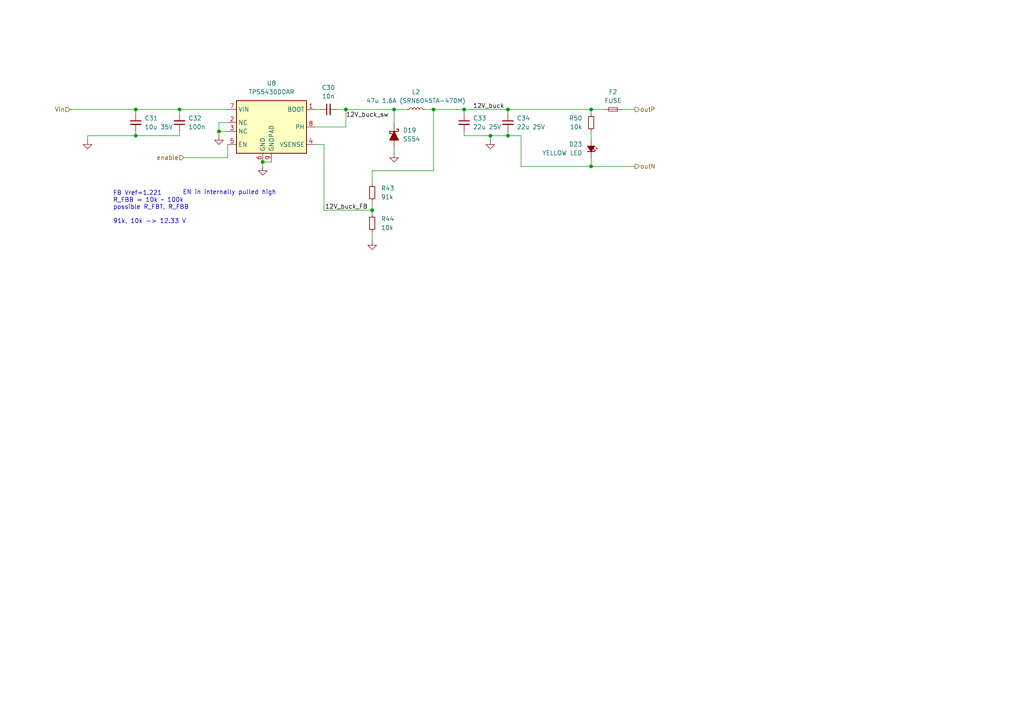
<source format=kicad_sch>
(kicad_sch (version 20231120) (generator "eeschema") (generator_version "8.0")
  (paper "A4")
  (title_block (title "HVB_LV1") (date "2025-05-18") (rev "3.1") (company "NTURacing") (comment 1 "Powertrain") (comment 2 "郭哲明 Jack Kuo"))
  (lib_symbols
    (symbol "Device:C_Small" (pin_numbers hide) (pin_names (offset 0.254) hide)
      (property "Reference" "C" (at 0.254 1.778 0))
      (property "Value" "C_Small" (at 0.254 -2.032 0))
      (symbol "C_Small_0_1"
        (polyline (pts (xy -1.524 -0.508) (xy 1.524 -0.508)) (stroke (width 0.3302)))
        (polyline (pts (xy -1.524 0.508) (xy 1.524 0.508)) (stroke (width 0.3048)))
      )
      (symbol "C_Small_1_1"
        (pin passive line (at 0 2.54 270) (length 2.032) (name "~") (number "1"))
        (pin passive line (at 0 -2.54 90) (length 2.032) (name "~") (number "2"))
      )
    )
    (symbol "Device:Fuse_Small" (pin_numbers hide) (pin_names (offset 0.254) hide)
      (property "Reference" "F" (at 0 -1.524 0))
      (property "Value" "Fuse_Small" (at 0 1.524 0))
      (symbol "Fuse_Small_0_1"
        (rectangle (start -1.27 0.508) (end 1.27 -0.508))
        (polyline (pts (xy -1.27 0) (xy 1.27 0)))
      )
      (symbol "Fuse_Small_1_1"
        (pin passive line (at -2.54 0 0) (length 1.27) (name "~") (number "1"))
        (pin passive line (at 2.54 0 180) (length 1.27) (name "~") (number "2"))
      )
    )
    (symbol "Device:LED_Small_Filled" (pin_numbers hide) (pin_names (offset 0.254) hide)
      (property "Reference" "D" (at -1.27 3.175 0))
      (property "Value" "LED_Small_Filled" (at -4.445 -2.54 0))
      (symbol "LED_Small_Filled_0_1"
        (polyline (pts (xy -0.762 -1.016) (xy -0.762 1.016)) (stroke (width 0.254)))
        (polyline (pts (xy 1.016 0) (xy -0.762 0)))
        (polyline (pts (xy 0.762 -1.016) (xy -0.762 0) (xy 0.762 1.016) (xy 0.762 -1.016)) (stroke (width 0.254)) (fill (type outline)))
        (polyline (pts (xy 0 0.762) (xy -0.508 1.27) (xy -0.254 1.27) (xy -0.508 1.27) (xy -0.508 1.016)))
        (polyline (pts (xy 0.508 1.27) (xy 0 1.778) (xy 0.254 1.778) (xy 0 1.778) (xy 0 1.524)))
      )
      (symbol "LED_Small_Filled_1_1"
        (pin passive line (at -2.54 0 0) (length 1.778) (name "K") (number "1"))
        (pin passive line (at 2.54 0 180) (length 1.778) (name "A") (number "2"))
      )
    )
    (symbol "Device:L_Small" (pin_numbers hide) (pin_names (offset 0.254) hide)
      (property "Reference" "L" (at 0.762 1.016 0))
      (property "Value" "L_Small" (at 0.762 -1.016 0))
      (symbol "L_Small_0_1"
        (arc (start 0 -2.032) (mid 0.5058 -1.524) (end 0 -1.016))
        (arc (start 0 -1.016) (mid 0.5058 -0.508) (end 0 0))
        (arc (start 0 0) (mid 0.5058 0.508) (end 0 1.016))
        (arc (start 0 1.016) (mid 0.5058 1.524) (end 0 2.032))
      )
      (symbol "L_Small_1_1"
        (pin passive line (at 0 2.54 270) (length 0.508) (name "~") (number "1"))
        (pin passive line (at 0 -2.54 90) (length 0.508) (name "~") (number "2"))
      )
    )
    (symbol "Device:R_Small" (pin_numbers hide) (pin_names (offset 0.254) hide)
      (property "Reference" "R" (at 0.762 0.508 0))
      (property "Value" "R_Small" (at 0.762 -1.016 0))
      (symbol "R_Small_0_1"
        (rectangle (start -0.762 1.778) (end 0.762 -1.778) (stroke (width 0.2032)))
      )
      (symbol "R_Small_1_1"
        (pin passive line (at 0 2.54 270) (length 0.762) (name "~") (number "1"))
        (pin passive line (at 0 -2.54 90) (length 0.762) (name "~") (number "2"))
      )
    )
    (symbol "PCM_Diode_Schottky_AKL:SS54" (pin_numbers hide) (pin_names (offset 1.016) hide)
      (property "Reference" "D" (at 0 5.08 0))
      (property "Value" "SS54" (at 0 2.54 0))
      (symbol "SS54_0_1"
        (polyline (pts (xy -1.27 0) (xy 1.27 0)))
        (polyline (pts (xy -1.27 -1.27) (xy -1.27 1.27) (xy 1.27 0) (xy -1.27 -1.27)) (stroke (width 0.254)) (fill (type outline)))
        (polyline (pts (xy 1.905 -0.762) (xy 1.905 -1.27) (xy 1.27 -1.27) (xy 1.27 1.27) (xy 0.635 1.27) (xy 0.635 0.762)) (stroke (width 0.254)))
      )
      (symbol "SS54_0_2"
        (polyline (pts (xy -2.54 -2.54) (xy 2.54 2.54)))
        (polyline (pts (xy 0 1.778) (xy 1.778 0)) (stroke (width 0.254)))
        (polyline (pts (xy 0 1.778) (xy -0.381 1.397) (xy 0 1.016)) (stroke (width 0.254)))
        (polyline (pts (xy 1.778 0) (xy 2.159 0.381) (xy 1.778 0.762)) (stroke (width 0.254)))
        (polyline (pts (xy -0.889 -0.889) (xy -1.778 0) (xy 0.889 0.889) (xy 0 -1.778) (xy -0.889 -0.889)) (stroke (width 0.254)) (fill (type outline)))
      )
      (symbol "SS54_1_1"
        (pin passive line (at 3.81 0 180) (length 2.54) (name "K") (number "1"))
        (pin passive line (at -3.81 0 0) (length 2.54) (name "A") (number "2"))
      )
      (symbol "SS54_1_2"
        (pin passive line (at 2.54 2.54 180) (length 0) (name "K") (number "1"))
        (pin passive line (at -2.54 -2.54 0) (length 0) (name "A") (number "2"))
      )
    )
    (symbol "nturt_kicad_lib_EP6:TPS5430DDAR"
      (property "Reference" "U" (at -10.16 8.89 0))
      (property "Value" "TPS5430DDAR" (at -1.27 8.89 0))
      (symbol "TPS5430DDAR_0_1"
        (rectangle (start -10.16 7.62) (end 10.16 -7.62) (stroke (width 0.254)) (fill (type background)))
      )
      (symbol "TPS5430DDAR_1_1"
        (pin input line (at 12.7 5.08 180) (length 2.54) (name "BOOT") (number "1"))
        (pin free line (at -12.7 1.27 0) (length 2.54) (name "NC") (number "2"))
        (pin free line (at -12.7 -1.27 0) (length 2.54) (name "NC") (number "3"))
        (pin input line (at 12.7 -5.08 180) (length 2.54) (name "VSENSE") (number "4"))
        (pin input line (at -12.7 -5.08 0) (length 2.54) (name "EN") (number "5"))
        (pin power_in line (at -2.54 -10.16 90) (length 2.54) (name "GND") (number "6"))
        (pin power_in line (at -12.7 5.08 0) (length 2.54) (name "VIN") (number "7"))
        (pin output line (at 12.7 0 180) (length 2.54) (name "PH") (number "8"))
        (pin power_in line (at 0 -10.16 90) (length 2.54) (name "GNDPAD") (number "9"))
      )
    )
    (symbol "power:GND" (power) (pin_numbers hide) (pin_names (offset 0) hide)
      (property "Value" "GND" (at 0 -3.81 0))
      (symbol "GND_0_1"
        (polyline (pts (xy 0 0) (xy 0 -1.27) (xy 1.27 -1.27) (xy 0 -2.54) (xy -1.27 -1.27) (xy 0 -1.27)))
      )
      (symbol "GND_1_1"
        (pin power_in line (at 0 0 270) (length 0) (name "~") (number "1"))
      )
    )
  )
  (junction (at 100.33 31.75))
  (junction (at 171.45 31.75))
  (junction (at 39.37 31.75))
  (junction (at 76.2 46.99))
  (junction (at 107.95 60.96))
  (junction (at 134.62 31.75))
  (junction (at 63.5 38.1))
  (junction (at 39.37 39.37))
  (junction (at 52.07 31.75))
  (junction (at 147.32 31.75))
  (junction (at 147.32 39.37))
  (junction (at 142.24 39.37))
  (junction (at 171.45 48.26))
  (junction (at 125.73 31.75))
  (junction (at 114.3 31.75))
  (wire (pts (xy 25.4 39.37) (xy 39.37 39.37)))
  (wire (pts (xy 125.73 31.75) (xy 134.62 31.75)))
  (wire (pts (xy 93.98 41.91) (xy 91.44 41.91)))
  (wire (pts (xy 134.62 33.02) (xy 134.62 31.75)))
  (wire (pts (xy 171.45 45.72) (xy 171.45 48.26)))
  (wire (pts (xy 114.3 44.45) (xy 114.3 43.18)))
  (wire (pts (xy 171.45 38.1) (xy 171.45 40.64)))
  (wire (pts (xy 114.3 31.75) (xy 118.11 31.75)))
  (wire (pts (xy 151.13 48.26) (xy 171.45 48.26)))
  (wire (pts (xy 123.19 31.75) (xy 125.73 31.75)))
  (wire (pts (xy 39.37 31.75) (xy 39.37 33.02)))
  (wire (pts (xy 63.5 38.1) (xy 66.04 38.1)))
  (wire (pts (xy 20.32 31.75) (xy 39.37 31.75)))
  (wire (pts (xy 147.32 31.75) (xy 171.45 31.75)))
  (wire (pts (xy 107.95 60.96) (xy 107.95 62.23)))
  (wire (pts (xy 91.44 31.75) (xy 92.71 31.75)))
  (wire (pts (xy 171.45 31.75) (xy 171.45 33.02)))
  (wire (pts (xy 100.33 31.75) (xy 114.3 31.75)))
  (wire (pts (xy 134.62 39.37) (xy 142.24 39.37)))
  (wire (pts (xy 134.62 31.75) (xy 147.32 31.75)))
  (wire (pts (xy 107.95 58.42) (xy 107.95 60.96)))
  (wire (pts (xy 107.95 67.31) (xy 107.95 69.85)))
  (wire (pts (xy 107.95 49.53) (xy 107.95 53.34)))
  (wire (pts (xy 151.13 39.37) (xy 147.32 39.37)))
  (wire (pts (xy 171.45 31.75) (xy 175.26 31.75)))
  (wire (pts (xy 142.24 39.37) (xy 147.32 39.37)))
  (wire (pts (xy 76.2 48.26) (xy 76.2 46.99)))
  (wire (pts (xy 52.07 38.1) (xy 52.07 39.37)))
  (wire (pts (xy 107.95 49.53) (xy 125.73 49.53)))
  (wire (pts (xy 142.24 40.64) (xy 142.24 39.37)))
  (wire (pts (xy 184.15 31.75) (xy 180.34 31.75)))
  (wire (pts (xy 100.33 31.75) (xy 100.33 36.83)))
  (wire (pts (xy 76.2 46.99) (xy 78.74 46.99)))
  (wire (pts (xy 39.37 39.37) (xy 39.37 38.1)))
  (wire (pts (xy 125.73 49.53) (xy 125.73 31.75)))
  (wire (pts (xy 151.13 48.26) (xy 151.13 39.37)))
  (wire (pts (xy 52.07 31.75) (xy 66.04 31.75)))
  (wire (pts (xy 147.32 39.37) (xy 147.32 38.1)))
  (wire (pts (xy 171.45 48.26) (xy 184.15 48.26)))
  (wire (pts (xy 114.3 35.56) (xy 114.3 31.75)))
  (wire (pts (xy 66.04 35.56) (xy 63.5 35.56)))
  (wire (pts (xy 52.07 33.02) (xy 52.07 31.75)))
  (wire (pts (xy 52.07 39.37) (xy 39.37 39.37)))
  (wire (pts (xy 25.4 39.37) (xy 25.4 40.64)))
  (wire (pts (xy 91.44 36.83) (xy 100.33 36.83)))
  (wire (pts (xy 63.5 35.56) (xy 63.5 38.1)))
  (wire (pts (xy 93.98 60.96) (xy 107.95 60.96)))
  (wire (pts (xy 147.32 33.02) (xy 147.32 31.75)))
  (wire (pts (xy 66.04 41.91) (xy 66.04 45.72)))
  (wire (pts (xy 134.62 39.37) (xy 134.62 38.1)))
  (wire (pts (xy 39.37 31.75) (xy 52.07 31.75)))
  (wire (pts (xy 93.98 60.96) (xy 93.98 41.91)))
  (wire (pts (xy 63.5 39.37) (xy 63.5 38.1)))
  (wire (pts (xy 53.34 45.72) (xy 66.04 45.72)))
  (wire (pts (xy 97.79 31.75) (xy 100.33 31.75)))
  (text "FB Vref=1.221\nR_FBB = 10k ~ 100k\npossible R_FBT, R_FBB\n\n91k, 10k -> 12.33 V" (at 32.766 65.024 0) (effects (font (size 1.27 1.27)) (justify left bottom)))
  (text "EN in internally pulled high" (at 66.548 55.88 0) (effects (font (size 1.27 1.27))))
  (label "12V_buck" (at 137.16 31.75 0))
  (label "12V_buck_sw" (at 100.33 34.29 0))
  (label "12V_buck_FB" (at 106.68 60.96 180))
  (hierarchical_label "enable" (shape input) (at 53.34 45.72 180))
  (hierarchical_label "Vin" (shape input) (at 20.32 31.75 180))
  (hierarchical_label "outP" (shape output) (at 184.15 31.75 0))
  (hierarchical_label "outN" (shape output) (at 184.15 48.26 0))
  (symbol (lib_id "PCM_Diode_Schottky_AKL:SS54") (at 114.3 39.37 90) (unit 1)
    (property "Reference" "D19" (at 116.84 37.7824 90) (effects (justify right)))
    (property "Value" "SS54" (at 116.84 40.3224 90) (effects (justify right)))
    (property "Footprint" "Diode_SMD:D_SMA" (effects (hide yes)))
    (property "Datasheet" "https://www.laro.com.pl/pdf/ss56.pdf" (effects (hide yes)))
    (property "Description" "SMC Schottky diode, 40V, 5A, Alternate KiCAD Library" (effects (hide yes)))
  )
  (symbol (lib_id "Device:R_Small") (at 107.95 64.77 0) (unit 1)
    (property "Reference" "R44" (at 110.49 63.5 0) (effects (justify left)))
    (property "Value" "10k" (at 110.49 66.04 0) (effects (justify left)))
    (property "Footprint" "Resistor_SMD:R_0603_1608Metric" (effects (hide yes)))
    (property "Description" "Resistor, small symbol" (effects (hide yes)))
  )
  (symbol (lib_id "Device:C_Small") (at 95.25 31.75 90) (unit 1)
    (property "Reference" "C30" (at 95.2563 25.4 90))
    (property "Value" "10n" (at 95.2563 27.94 90))
    (property "Footprint" "Capacitor_SMD:C_0402_1005Metric" (effects (hide yes)))
    (property "Description" "Unpolarized capacitor, small symbol" (effects (hide yes)))
  )
  (symbol (lib_id "Device:C_Small") (at 134.62 35.56 0) (unit 1)
    (property "Reference" "C33" (at 137.16 34.2962 0) (effects (justify left)))
    (property "Value" "22u 25V" (at 137.16 36.8362 0) (effects (justify left)))
    (property "Footprint" "Capacitor_SMD:C_1206_3216Metric" (effects (hide yes)))
    (property "Description" "Unpolarized capacitor, small symbol" (effects (hide yes)))
  )
  (symbol (lib_id "Device:LED_Small_Filled") (at 171.45 43.18 270) (mirror x) (unit 1)
    (property "Reference" "D23" (at 168.91 41.8465 90) (effects (justify right)))
    (property "Value" "YELLOW LED" (at 168.91 44.3865 90) (effects (justify right)))
    (property "Footprint" "LED_SMD:LED_0805_2012Metric" (effects (hide yes)))
    (property "Description" "Light emitting diode, small symbol, filled shape" (effects (hide yes)))
  )
  (symbol (lib_id "Device:C_Small") (at 147.32 35.56 0) (unit 1)
    (property "Reference" "C34" (at 149.86 34.2962 0) (effects (justify left)))
    (property "Value" "22u 25V" (at 149.86 36.8362 0) (effects (justify left)))
    (property "Footprint" "Capacitor_SMD:C_1206_3216Metric" (effects (hide yes)))
    (property "Description" "Unpolarized capacitor, small symbol" (effects (hide yes)))
  )
  (symbol (lib_id "Device:C_Small") (at 39.37 35.56 0) (unit 1)
    (property "Reference" "C31" (at 41.91 34.2962 0) (effects (justify left)))
    (property "Value" "10u 35V" (at 41.91 36.8362 0) (effects (justify left)))
    (property "Footprint" "Capacitor_SMD:C_1206_3216Metric" (effects (hide yes)))
    (property "Description" "Unpolarized capacitor, small symbol" (effects (hide yes)))
  )
  (symbol (lib_id "power:GND") (at 142.24 40.64 0) (unit 1)
    (property "Reference" "#PWR0117" (effects (hide yes)))
    (property "Value" "GND" (effects (hide yes)))
    (property "Description" "Power symbol creates a global label with name \"GND\" , ground" (effects (hide yes)))
  )
  (symbol (lib_id "power:GND") (at 76.2 48.26 0) (unit 1)
    (property "Reference" "#PWR0119" (effects (hide yes)))
    (property "Value" "GND" (effects (hide yes)))
    (property "Description" "Power symbol creates a global label with name \"GND\" , ground" (effects (hide yes)))
  )
  (symbol (lib_id "Device:C_Small") (at 52.07 35.56 180) (unit 1)
    (property "Reference" "C32" (at 54.61 34.2835 0) (effects (justify right)))
    (property "Value" "100n" (at 54.61 36.8235 0) (effects (justify right)))
    (property "Footprint" "Capacitor_SMD:C_0603_1608Metric" (effects (hide yes)))
    (property "Description" "Unpolarized capacitor, small symbol" (effects (hide yes)))
  )
  (symbol (lib_id "Device:Fuse_Small") (at 177.8 31.75 0) (unit 1)
    (property "Reference" "F2" (at 177.8 26.67 0))
    (property "Value" "FUSE" (at 177.8 29.21 0))
    (property "Footprint" "Fuse:Fuse_1206_3216Metric" (effects (hide yes)))
    (property "Description" "Fuse, small symbol" (effects (hide yes)))
  )
  (symbol (lib_id "Device:R_Small") (at 107.95 55.88 0) (unit 1)
    (property "Reference" "R43" (at 110.49 54.61 0) (effects (justify left)))
    (property "Value" "91k" (at 110.49 57.15 0) (effects (justify left)))
    (property "Footprint" "Resistor_SMD:R_0603_1608Metric" (effects (hide yes)))
    (property "Description" "Resistor, small symbol" (effects (hide yes)))
  )
  (symbol (lib_id "power:GND") (at 114.3 44.45 0) (unit 1)
    (property "Reference" "#PWR0118" (effects (hide yes)))
    (property "Value" "GND" (effects (hide yes)))
    (property "Description" "Power symbol creates a global label with name \"GND\" , ground" (effects (hide yes)))
  )
  (symbol (lib_id "power:GND") (at 63.5 39.37 0) (unit 1)
    (property "Reference" "#PWR0115" (effects (hide yes)))
    (property "Value" "GND" (effects (hide yes)))
    (property "Description" "Power symbol creates a global label with name \"GND\" , ground" (effects (hide yes)))
  )
  (symbol (lib_id "power:GND") (at 107.95 69.85 0) (unit 1)
    (property "Reference" "#PWR0120" (effects (hide yes)))
    (property "Value" "GND" (effects (hide yes)))
    (property "Description" "Power symbol creates a global label with name \"GND\" , ground" (effects (hide yes)))
  )
  (symbol (lib_id "Device:R_Small") (at 171.45 35.56 0) (mirror x) (unit 1)
    (property "Reference" "R50" (at 168.91 34.29 0) (effects (justify right)))
    (property "Value" "10k" (at 168.91 36.83 0) (effects (justify right)))
    (property "Footprint" "Resistor_SMD:R_0603_1608Metric" (effects (hide yes)))
    (property "Description" "Resistor, small symbol" (effects (hide yes)))
  )
  (symbol (lib_id "nturt_kicad_lib_EP6:TPS5430DDAR") (at 78.74 36.83 0) (unit 1)
    (property "Reference" "U8" (at 78.74 24.13 0))
    (property "Value" "TPS5430DDAR" (at 78.74 26.67 0))
    (property "Footprint" "Package_SO:TI_SO-PowerPAD-8_ThermalVias" (effects (hide yes)))
    (property "Datasheet" "http://www.ti.com/lit/ds/symlink/tps5430.pdf" (effects (hide yes)))
    (property "Description" "3A, Step Down Swift Converter, Adjustable Output Voltage, 5.5-36V Input Voltage, PowerSO-8" (effects (hide yes)))
  )
  (symbol (lib_id "power:GND") (at 25.4 40.64 0) (unit 1)
    (property "Reference" "#PWR0116" (effects (hide yes)))
    (property "Value" "GND" (effects (hide yes)))
    (property "Description" "Power symbol creates a global label with name \"GND\" , ground" (effects (hide yes)))
  )
  (symbol (lib_id "Device:L_Small") (at 120.65 31.75 270) (mirror x) (unit 1)
    (property "Reference" "L2" (at 120.65 26.67 90))
    (property "Value" "47u 1.6A (SRN6045TA-470M)" (at 120.65 29.21 90))
    (property "Footprint" "Inductor_SMD:L_Bourns_SRN6045TA" (effects (hide yes)))
    (property "Description" "Inductor, small symbol" (effects (hide yes)))
  )
)
</source>
